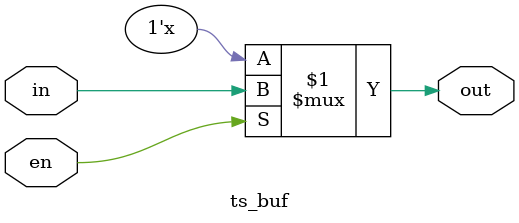
<source format=v>
module ts_buf(in, out, en);
	//standard parametrized width tristate buffer
	parameter WIDTH = 1;

	input [WIDTH-1:0] in;
	input en;
	output [WIDTH-1:0] out;

	assign out = (en) ? in:{(WIDTH){1'bz}};

endmodule // ts_buf
</source>
